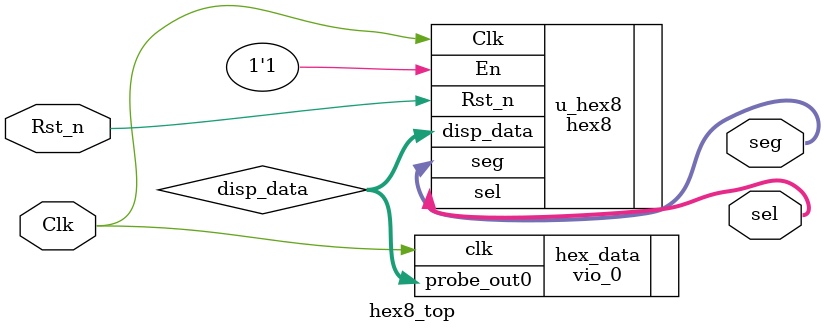
<source format=v>
`timescale 1ns / 1ps


module hex8_top(
    Clk, Rst_n, sel, seg
    );
    input Clk;
    input Rst_n;

    output [7 : 0] sel;
    output [6 : 0] seg;

    wire [31 : 0] disp_data;

    vio_0 hex_data (
    .clk                     (Clk),
    .probe_out0              (disp_data)
    );

    hex8  u_hex8 (
    .Clk                     ( Clk                 ),
    .Rst_n                   ( Rst_n               ),
    .En                      ( 1'b1                ),
    .disp_data               ( disp_data           ),

    .sel                     ( sel        [7 : 0]  ),
    .seg                     ( seg        [6 : 0]  )
    );
endmodule

</source>
